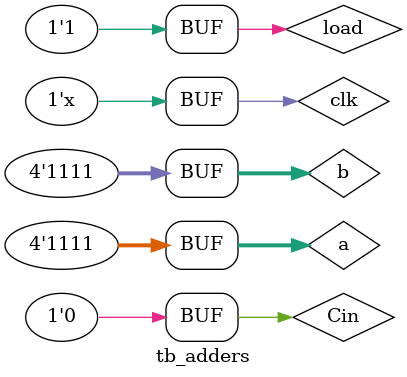
<source format=v>
`timescale 1ns / 1ps


module tb_adders;
reg clk=0;
reg load = 1; 
reg [3:0] a, b;
reg Cin;
wire [4:0] totalA;
wire [4:0] totalB;
rca uut1(.clk(clk), .load(load), .a(a), .b(b), .Cin(Cin), .total(totalA));
cla uut2(.clk(clk), .load(load), .a(a), .b(b), .Cin(Cin), .total(totalB));
always #5 clk = ~clk;

initial begin
a = 4'b0000; b = 4'b0000; Cin = 0;
#100
//load = 0;
//#10
a = 4'b0000; b = 4'b0001; Cin = 1;
#100
a = 4'b0001; b = 4'b0101; Cin = 0;
#100
a = 4'b0111; b = 4'b0111; Cin = 0;
#100
a = 4'b1000; b = 4'b0111; Cin = 1;
#100
a = 4'b1100; b = 4'b0100; Cin = 0;
#100
a = 4'b1000; b = 4'b1000; Cin = 1;
#100
a = 4'b1001; b = 4'b1010; Cin = 1;
#100
a = 4'b1111; b = 4'b1111; Cin = 0;
#100;
end
endmodule

</source>
